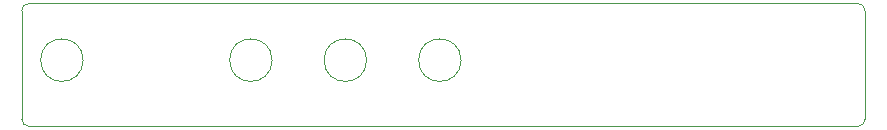
<source format=gbr>
%TF.GenerationSoftware,KiCad,Pcbnew,7.0.2*%
%TF.CreationDate,2023-09-14T23:45:26-06:00*%
%TF.ProjectId,ControlPanel,436f6e74-726f-46c5-9061-6e656c2e6b69,rev?*%
%TF.SameCoordinates,Original*%
%TF.FileFunction,Profile,NP*%
%FSLAX46Y46*%
G04 Gerber Fmt 4.6, Leading zero omitted, Abs format (unit mm)*
G04 Created by KiCad (PCBNEW 7.0.2) date 2023-09-14 23:45:26*
%MOMM*%
%LPD*%
G01*
G04 APERTURE LIST*
%TA.AperFunction,Profile*%
%ADD10C,0.100000*%
%TD*%
G04 APERTURE END LIST*
D10*
X110000000Y-114000000D02*
G75*
G03*
X110000000Y-114000000I-1800000J0D01*
G01*
X151600000Y-119600000D02*
X81400000Y-119600000D01*
X152200000Y-109800000D02*
G75*
G03*
X151600000Y-109200000I-600000J0D01*
G01*
X86000000Y-114000000D02*
G75*
G03*
X86000000Y-114000000I-1800000J0D01*
G01*
X151600000Y-119600000D02*
G75*
G03*
X152200000Y-119000000I0J600000D01*
G01*
X118000000Y-114000000D02*
G75*
G03*
X118000000Y-114000000I-1800000J0D01*
G01*
X81400000Y-109200000D02*
G75*
G03*
X80800000Y-109800000I0J-600000D01*
G01*
X152200000Y-109800000D02*
X152200000Y-119000000D01*
X80800000Y-119000000D02*
G75*
G03*
X81400000Y-119600000I600000J0D01*
G01*
X81400000Y-109200000D02*
X151600000Y-109200000D01*
X102000000Y-114000000D02*
G75*
G03*
X102000000Y-114000000I-1800000J0D01*
G01*
X80800000Y-119000000D02*
X80800000Y-109800000D01*
M02*

</source>
